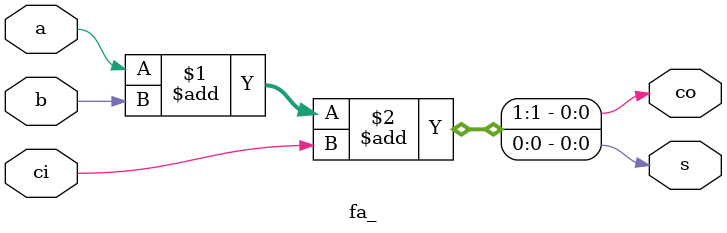
<source format=v>
`timescale 1ns / 1ps


module fa_(a,b,co,s,ci);
output s,co;
input a,b,ci;
assign {co,s}=a+b+ci;
endmodule

</source>
